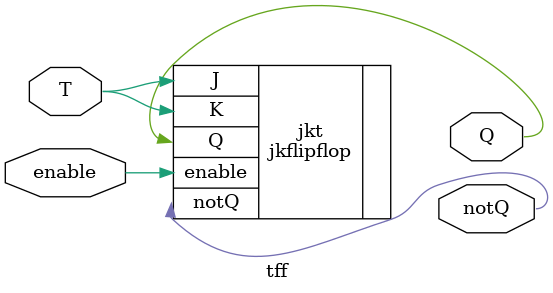
<source format=v>
module tff(
    input T, enable,
    output Q, notQ
    );
    
    jkflipflop jkt(
        .J(T),
        .K(T),
        .enable(enable),
        .Q(Q),
        .notQ(notQ)
    );
endmodule

</source>
